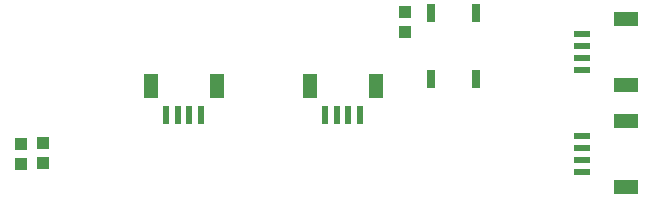
<source format=gtp>
G75*
%MOIN*%
%OFA0B0*%
%FSLAX25Y25*%
%IPPOS*%
%LPD*%
%AMOC8*
5,1,8,0,0,1.08239X$1,22.5*
%
%ADD10R,0.07874X0.04724*%
%ADD11R,0.05315X0.02362*%
%ADD12R,0.03937X0.04331*%
%ADD13R,0.03000X0.06000*%
%ADD14R,0.02362X0.06102*%
%ADD15R,0.04724X0.07874*%
D10*
X0360801Y0157979D03*
X0360801Y0180027D03*
X0360802Y0191976D03*
X0360802Y0214024D03*
D11*
X0346333Y0208906D03*
X0346333Y0204969D03*
X0346333Y0201031D03*
X0346333Y0197094D03*
X0346333Y0174909D03*
X0346333Y0170972D03*
X0346333Y0167035D03*
X0346333Y0163098D03*
D12*
X0159377Y0165750D03*
X0166703Y0165950D03*
X0166703Y0172643D03*
X0159377Y0172443D03*
X0287333Y0209654D03*
X0287333Y0216346D03*
D13*
X0295833Y0216000D03*
X0310833Y0216000D03*
X0310833Y0194000D03*
X0295833Y0194000D03*
D14*
X0272325Y0182051D03*
X0268388Y0182051D03*
X0264451Y0182051D03*
X0260514Y0182051D03*
X0219325Y0182051D03*
X0215388Y0182051D03*
X0211451Y0182051D03*
X0207514Y0182051D03*
D15*
X0202396Y0191598D03*
X0224444Y0191598D03*
X0255396Y0191598D03*
X0277444Y0191598D03*
M02*

</source>
